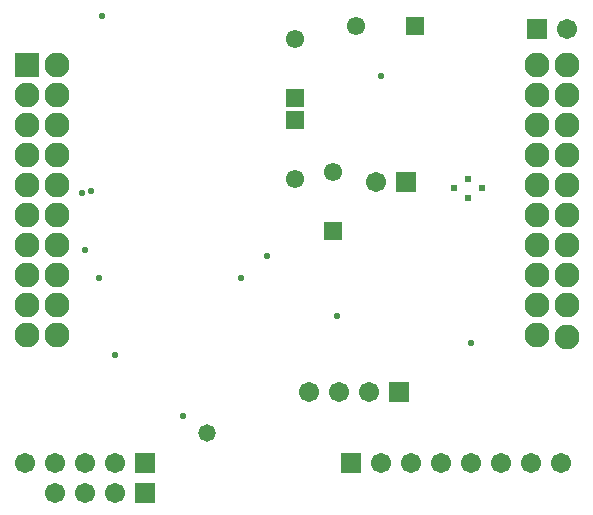
<source format=gbs>
G04*
G04 #@! TF.GenerationSoftware,Altium Limited,Altium Designer,18.0.12 (696)*
G04*
G04 Layer_Color=16711935*
%FSLAX25Y25*%
%MOIN*%
G70*
G01*
G75*
%ADD31C,0.02368*%
%ADD32C,0.06706*%
%ADD33R,0.06706X0.06706*%
%ADD34R,0.06115X0.06115*%
%ADD35C,0.06115*%
%ADD36R,0.06115X0.06115*%
%ADD37C,0.08300*%
%ADD38R,0.08300X0.08300*%
%ADD39C,0.02300*%
%ADD40C,0.05800*%
D31*
X256224Y227791D02*
D03*
X251500Y231000D02*
D03*
X256224Y234209D02*
D03*
X260949Y231000D02*
D03*
D32*
X118500Y129500D02*
D03*
X128500D02*
D03*
X138500D02*
D03*
X108500Y139500D02*
D03*
X118500D02*
D03*
X128500D02*
D03*
X138500D02*
D03*
X287000D02*
D03*
X277000D02*
D03*
X267000D02*
D03*
X257000D02*
D03*
X247000D02*
D03*
X237000D02*
D03*
X227000D02*
D03*
X289000Y284000D02*
D03*
X225500Y233000D02*
D03*
X223000Y163000D02*
D03*
X213000D02*
D03*
X203000D02*
D03*
D33*
X148500Y129500D02*
D03*
Y139500D02*
D03*
X217000D02*
D03*
X279000Y284000D02*
D03*
X235500Y233000D02*
D03*
X233000Y163000D02*
D03*
D34*
X211000Y216657D02*
D03*
X198500Y261157D02*
D03*
X198500Y253842D02*
D03*
D35*
X211000Y236343D02*
D03*
X218657Y285000D02*
D03*
X198500Y280842D02*
D03*
X198500Y234157D02*
D03*
D36*
X238342Y285000D02*
D03*
D37*
X289000Y181500D02*
D03*
Y192000D02*
D03*
Y202000D02*
D03*
Y212000D02*
D03*
Y222000D02*
D03*
Y232000D02*
D03*
Y242000D02*
D03*
Y252000D02*
D03*
Y262000D02*
D03*
Y272000D02*
D03*
X279000Y182000D02*
D03*
Y192000D02*
D03*
Y202000D02*
D03*
Y212000D02*
D03*
Y222000D02*
D03*
Y232000D02*
D03*
Y242000D02*
D03*
Y252000D02*
D03*
Y262000D02*
D03*
Y272000D02*
D03*
X119000Y182000D02*
D03*
Y192000D02*
D03*
Y202000D02*
D03*
Y212000D02*
D03*
Y222000D02*
D03*
Y232000D02*
D03*
Y242000D02*
D03*
Y252000D02*
D03*
Y262000D02*
D03*
Y272000D02*
D03*
X109000Y182000D02*
D03*
Y192000D02*
D03*
Y202000D02*
D03*
Y212000D02*
D03*
Y222000D02*
D03*
Y232000D02*
D03*
Y242000D02*
D03*
Y252000D02*
D03*
Y262000D02*
D03*
D38*
Y272000D02*
D03*
D39*
X138500Y175500D02*
D03*
X134000Y288500D02*
D03*
X161000Y155000D02*
D03*
X180500Y201000D02*
D03*
X212500Y188508D02*
D03*
X257000Y179500D02*
D03*
X227000Y268500D02*
D03*
X127500Y229500D02*
D03*
X133000Y201000D02*
D03*
X130500Y230000D02*
D03*
X128500Y210500D02*
D03*
X189000Y208500D02*
D03*
D40*
X169000Y149500D02*
D03*
M02*

</source>
